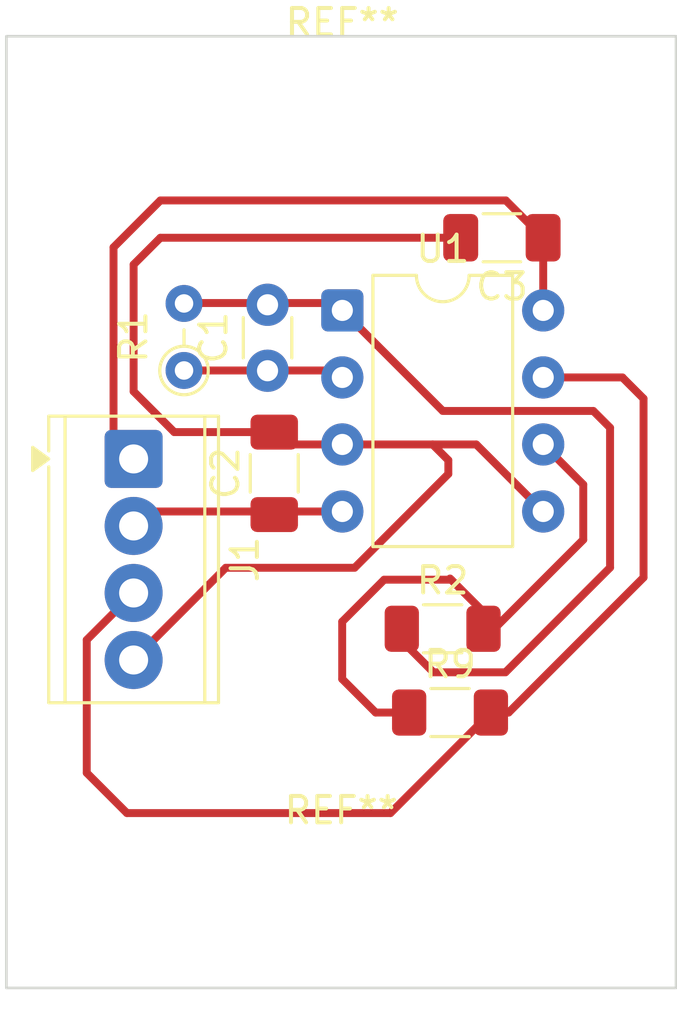
<source format=kicad_pcb>
(kicad_pcb (version 20241229) (generator "pcbnew") (generator_version "9.0")
  (layers (0 "F.Cu" signal) (2 "B.Cu" signal) (13 "F.Paste" user) (15 "B.Paste" user) (5 "F.SilkS" user "F.Silkscreen") (7 "B.SilkS" user "B.Silkscreen") (1 "F.Mask" user) (3 "B.Mask" user) (25 "Edge.Cuts" user))
  (net 0 "")
  (net 1 "Net-(U1A--)")
  (net 2 "Net-(C1-Pad2)")
  (net 3 "-9V")
  (net 4 "GND")
  (net 5 "+9V")
  (net 6 "Net-(J1-Pin_3)")
  (net 7 "Net-(U1B--)")
  (footprint "Capacitor_SMD:C_1206_3216Metric_Pad1.33x1.80mm_HandSolder" (layer "F.Cu") (at 124.46 93.9085 90)
    (property "Reference" "C2" (at 0 -1.85 90) (layer "F.SilkS"))
    (property "Value" "1e-03")
    (fp_line (start -0.711252 -0.91) (end 0.711252 -0.91) (stroke (width 0.12)) (layer "F.SilkS"))
    (fp_line (start -0.711252 0.91) (end 0.711252 0.91) (stroke (width 0.12)) (layer "F.SilkS"))
    (pad "1" smd roundrect (at -1.5625 0 90) (size 1.325 1.8) (layers "F.Cu" "F.Mask" "F.Paste") (roundrect_rratio 0.188679) (net 3 "-9V"))
    (pad "2" smd roundrect (at 1.5625 0 90) (size 1.325 1.8) (layers "F.Cu" "F.Mask" "F.Paste") (roundrect_rratio 0.188679) (net 4 "GND"))
  )
  (footprint "Package_DIP:DIP-8_W7.62mm" (layer "F.Cu") (at 127.043 87.734)
    (property "Reference" "U1" (at 3.81 -2.33 0) (layer "F.SilkS"))
    (property "Value" "LMC6082")
    (fp_line (start 1.16 -1.33) (end 1.16 8.95) (stroke (width 0.12)) (layer "F.SilkS"))
    (fp_line (start 1.16 8.95) (end 6.46 8.95) (stroke (width 0.12)) (layer "F.SilkS"))
    (fp_line (start 2.81 -1.33) (end 1.16 -1.33) (stroke (width 0.12)) (layer "F.SilkS"))
    (fp_line (start 6.46 -1.33) (end 4.81 -1.33) (stroke (width 0.12)) (layer "F.SilkS"))
    (fp_line (start 6.46 8.95) (end 6.46 -1.33) (stroke (width 0.12)) (layer "F.SilkS"))
    (fp_arc (start 4.81 -1.33) (mid 3.81 -0.33) (end 2.81 -1.33) (stroke (width 0.12)) (layer "F.SilkS"))
    (pad "1" thru_hole roundrect (at 0 0) (size 1.6 1.6) (drill 0.8) (layers "*.Cu" "*.Mask") (roundrect_rratio 0.15625) (net 2 "Net-(C1-Pad2)"))
    (pad "2" thru_hole circle (at 0 2.54) (size 1.6 1.6) (drill 0.8) (layers "*.Cu" "*.Mask") (net 1 "Net-(U1A--)"))
    (pad "3" thru_hole circle (at 0 5.08) (size 1.6 1.6) (drill 0.8) (layers "*.Cu" "*.Mask") (net 4 "GND"))
    (pad "4" thru_hole circle (at 0 7.62) (size 1.6 1.6) (drill 0.8) (layers "*.Cu" "*.Mask") (net 3 "-9V"))
    (pad "5" thru_hole circle (at 7.62 7.62) (size 1.6 1.6) (drill 0.8) (layers "*.Cu" "*.Mask") (net 4 "GND"))
    (pad "6" thru_hole circle (at 7.62 5.08) (size 1.6 1.6) (drill 0.8) (layers "*.Cu" "*.Mask") (net 7 "Net-(U1B--)"))
    (pad "7" thru_hole circle (at 7.62 2.54) (size 1.6 1.6) (drill 0.8) (layers "*.Cu" "*.Mask") (net 6 "Net-(J1-Pin_3)"))
    (pad "8" thru_hole circle (at 7.62 0) (size 1.6 1.6) (drill 0.8) (layers "*.Cu" "*.Mask") (net 5 "+9V"))
  )
  (footprint "Resistor_SMD:R_1206_3216Metric_Pad1.30x1.75mm_HandSolder" (layer "F.Cu") (at 131.128 102.974)
    (property "Reference" "R9" (at 0 -1.83 0) (layer "F.SilkS"))
    (property "Value" "1e+03")
    (fp_line (start -0.727064 -0.91) (end 0.727064 -0.91) (stroke (width 0.12)) (layer "F.SilkS"))
    (fp_line (start -0.727064 0.91) (end 0.727064 0.91) (stroke (width 0.12)) (layer "F.SilkS"))
    (pad "1" smd roundrect (at -1.55 0) (size 1.3 1.75) (layers "F.Cu" "F.Mask" "F.Paste") (roundrect_rratio 0.192308) (net 7 "Net-(U1B--)"))
    (pad "2" smd roundrect (at 1.55 0) (size 1.3 1.75) (layers "F.Cu" "F.Mask" "F.Paste") (roundrect_rratio 0.192308) (net 6 "Net-(J1-Pin_3)"))
  )
  (footprint "MountingHole:MountingHole_2.7mm" (layer "F.Cu") (at 127 110.236)
    (property "Reference" "REF**" (at 0 -3.556 0) (layer "F.SilkS"))
    (property "Value" "MountingHole_2.7mm")
    (pad "" np_thru_hole circle (at 0 0) (size 2.7 2.7) (drill 2.7) (layers "*.Cu" "*.Mask"))
  )
  (footprint "Resistor_SMD:R_1206_3216Metric_Pad1.30x1.75mm_HandSolder" (layer "F.Cu") (at 130.848 99.799)
    (property "Reference" "R2" (at 0 -1.83 0) (layer "F.SilkS"))
    (property "Value" "1e+03")
    (fp_line (start -0.727064 -0.91) (end 0.727064 -0.91) (stroke (width 0.12)) (layer "F.SilkS"))
    (fp_line (start -0.727064 0.91) (end 0.727064 0.91) (stroke (width 0.12)) (layer "F.SilkS"))
    (pad "1" smd roundrect (at -1.55 0) (size 1.3 1.75) (layers "F.Cu" "F.Mask" "F.Paste") (roundrect_rratio 0.192308) (net 2 "Net-(C1-Pad2)"))
    (pad "2" smd roundrect (at 1.55 0) (size 1.3 1.75) (layers "F.Cu" "F.Mask" "F.Paste") (roundrect_rratio 0.192308) (net 7 "Net-(U1B--)"))
  )
  (footprint "Capacitor_SMD:C_1206_3216Metric_Pad1.33x1.80mm_HandSolder" (layer "F.Cu") (at 133.096 84.98 180)
    (property "Reference" "C3" (at 0 -1.85 0) (layer "F.SilkS"))
    (property "Value" "1e-03")
    (fp_line (start -0.711252 0.91) (end 0.711252 0.91) (stroke (width 0.12)) (layer "F.SilkS"))
    (fp_line (start -0.711252 -0.91) (end 0.711252 -0.91) (stroke (width 0.12)) (layer "F.SilkS"))
    (pad "1" smd roundrect (at -1.5625 0 180) (size 1.325 1.8) (layers "F.Cu" "F.Mask" "F.Paste") (roundrect_rratio 0.188679) (net 5 "+9V"))
    (pad "2" smd roundrect (at 1.5625 0 180) (size 1.325 1.8) (layers "F.Cu" "F.Mask" "F.Paste") (roundrect_rratio 0.188679) (net 4 "GND"))
  )
  (footprint "TerminalBlock_Phoenix:TerminalBlock_Phoenix_MPT-0,5-4-2.54_1x04_P2.54mm_Horizontal" (layer "F.Cu") (at 119.126 93.362 -90)
    (property "Reference" "J1" (at 3.81 -4.22 90) (layer "F.SilkS"))
    (property "Value" "Screw_Terminal_01x04")
    (fp_line (start -1.62 3.22) (end -1.62 -3.22) (stroke (width 0.12)) (layer "F.SilkS"))
    (fp_line (start -0.3 3.22) (end -1.62 3.22) (stroke (width 0.12)) (layer "F.SilkS"))
    (fp_line (start 9.24 3.22) (end 0.3 3.22) (stroke (width 0.12)) (layer "F.SilkS"))
    (fp_line (start -1.62 2.6) (end 9.24 2.6) (stroke (width 0.12)) (layer "F.SilkS"))
    (fp_line (start -1.62 -2.7) (end 9.24 -2.7) (stroke (width 0.12)) (layer "F.SilkS"))
    (fp_line (start -1.62 -3.22) (end 9.24 -3.22) (stroke (width 0.12)) (layer "F.SilkS"))
    (fp_line (start 9.24 -3.22) (end 9.24 3.22) (stroke (width 0.12)) (layer "F.SilkS"))
    (fp_poly (pts (xy 0 3.22) (xy 0.44 3.83) (xy -0.44 3.83)) (stroke (width 0.12)) (fill yes) (layer "F.SilkS"))
    (pad "1" thru_hole roundrect (at 0 0 270) (size 2.2 2.2) (drill 1.1) (layers "*.Cu" "*.Mask") (roundrect_rratio 0.113636) (net 5 "+9V"))
    (pad "2" thru_hole circle (at 2.54 0 270) (size 2.2 2.2) (drill 1.1) (layers "*.Cu" "*.Mask") (net 3 "-9V"))
    (pad "3" thru_hole circle (at 5.08 0 270) (size 2.2 2.2) (drill 1.1) (layers "*.Cu" "*.Mask") (net 6 "Net-(J1-Pin_3)"))
    (pad "4" thru_hole circle (at 7.62 0 270) (size 2.2 2.2) (drill 1.1) (layers "*.Cu" "*.Mask") (net 4 "GND"))
  )
  (footprint "MountingHole:MountingHole_2.7mm" (layer "F.Cu") (at 127.038 80.518)
    (property "Reference" "REF**" (at 0 -3.7 0) (layer "F.SilkS"))
    (property "Value" "MountingHole_2.7mm" (hide yes))
    (pad "" np_thru_hole circle (at 0 0) (size 2.7 2.7) (drill 2.7) (layers "*.Cu" "*.Mask"))
  )
  (footprint "Capacitor_THT:C_Disc_D3.0mm_W1.6mm_P2.50mm" (layer "F.Cu") (at 124.206 90.02 90)
    (property "Reference" "C1" (at 1.25 -2.05 90) (layer "F.SilkS"))
    (property "Value" "1e-03")
    (fp_line (start 0.485 -0.92) (end 2.015 -0.92) (stroke (width 0.12)) (layer "F.SilkS"))
    (fp_line (start 2.015 0.92) (end 0.485 0.92) (stroke (width 0.12)) (layer "F.SilkS"))
    (pad "1" thru_hole circle (at 0 0 90) (size 1.6 1.6) (drill 0.8) (layers "*.Cu" "*.Mask") (net 1 "Net-(U1A--)"))
    (pad "2" thru_hole circle (at 2.5 0 90) (size 1.6 1.6) (drill 0.8) (layers "*.Cu" "*.Mask") (net 2 "Net-(C1-Pad2)"))
  )
  (footprint "Resistor_THT:R_Axial_DIN0204_L3.6mm_D1.6mm_P2.54mm_Vertical" (layer "F.Cu") (at 121.038 90.01 90)
    (property "Reference" "R1" (at 1.27 -1.92 90) (layer "F.SilkS"))
    (property "Value" "1e+03")
    (fp_line (start 0.92 0) (end 1.54 0) (stroke (width 0.12)) (layer "F.SilkS"))
    (fp_circle (center 0 0) (end 0.92 0) (stroke (width 0.12)) (fill no) (layer "F.SilkS"))
    (pad "1" thru_hole circle (at 0 0 90) (size 1.4 1.4) (drill 0.7) (layers "*.Cu" "*.Mask") (net 1 "Net-(U1A--)"))
    (pad "2" thru_hole circle (at 2.54 0 90) (size 1.4 1.4) (drill 0.7) (layers "*.Cu" "*.Mask") (net 2 "Net-(C1-Pad2)"))
  )
  (gr_rect (start 114.3 77.343) (end 139.7 113.411) (stroke (width 0.1)) (fill no) (layer "Edge.Cuts"))
  (segment (start 121.038 90.01) (end 126.779 90.01) (width 0.3) (layer "F.Cu") (net 1))
  (segment (start 126.763 90.554) (end 127.043 90.274) (width 0.3) (layer "F.Cu") (net 1))
  (segment (start 126.779 90.01) (end 127.043 90.274) (width 0.3) (layer "F.Cu") (net 1))
  (segment (start 137.198 97.480514) (end 137.198 92.179) (width 0.3) (layer "F.Cu") (net 2))
  (segment (start 120.688 87.454) (end 126.763 87.454) (width 0.3) (layer "F.Cu") (net 2))
  (segment (start 133.228514 101.45) (end 137.198 97.480514) (width 0.3) (layer "F.Cu") (net 2))
  (segment (start 137.198 92.179) (end 136.563 91.544) (width 0.3) (layer "F.Cu") (net 2))
  (segment (start 130.499 101.45) (end 133.228514 101.45) (width 0.3) (layer "F.Cu") (net 2))
  (segment (start 126.763 87.454) (end 127.043 87.734) (width 0.3) (layer "F.Cu") (net 2))
  (segment (start 130.853 91.544) (end 127.043 87.734) (width 0.3) (layer "F.Cu") (net 2))
  (segment (start 129.298 100.249) (end 130.499 101.45) (width 0.3) (layer "F.Cu") (net 2))
  (segment (start 129.298 99.799) (end 129.298 100.249) (width 0.3) (layer "F.Cu") (net 2))
  (segment (start 136.563 91.544) (end 130.853 91.544) (width 0.3) (layer "F.Cu") (net 2))
  (segment (start 127.043 95.354) (end 119.674 95.354) (width 0.3) (layer "F.Cu") (net 3))
  (segment (start 119.674 95.354) (end 119.126 95.902) (width 0.3) (layer "F.Cu") (net 3))
  (segment (start 120.142 84.98) (end 131.5335 84.98) (width 0.3) (layer "F.Cu") (net 4))
  (segment (start 124.928 92.814) (end 124.46 92.346) (width 0.3) (layer "F.Cu") (net 4))
  (segment (start 124.46 92.346) (end 120.66687 92.346) (width 0.3) (layer "F.Cu") (net 4))
  (segment (start 127.043 92.814) (end 130.468 92.814) (width 0.3) (layer "F.Cu") (net 4))
  (segment (start 119.126 100.982) (end 122.621 97.487) (width 0.3) (layer "F.Cu") (net 4))
  (segment (start 127.043 92.814) (end 124.928 92.814) (width 0.3) (layer "F.Cu") (net 4))
  (segment (start 120.66687 92.346) (end 119.126 90.80513) (width 0.3) (layer "F.Cu") (net 4))
  (segment (start 131.064 93.41) (end 130.468 92.814) (width 0.3) (layer "F.Cu") (net 4))
  (segment (start 122.621 97.487) (end 127.508 97.487) (width 0.3) (layer "F.Cu") (net 4))
  (segment (start 131.064 93.931) (end 131.064 93.41) (width 0.3) (layer "F.Cu") (net 4))
  (segment (start 132.123 92.814) (end 134.663 95.354) (width 0.3) (layer "F.Cu") (net 4))
  (segment (start 127.508 97.487) (end 131.064 93.931) (width 0.3) (layer "F.Cu") (net 4))
  (segment (start 119.126 85.996) (end 120.142 84.98) (width 0.3) (layer "F.Cu") (net 4))
  (segment (start 119.126 90.80513) (end 119.126 85.996) (width 0.3) (layer "F.Cu") (net 4))
  (segment (start 130.468 92.814) (end 132.123 92.814) (width 0.3) (layer "F.Cu") (net 4))
  (segment (start 118.364 92.6) (end 118.364 85.344) (width 0.3) (layer "F.Cu") (net 5))
  (segment (start 134.663 87.734) (end 134.663 85.0615) (width 0.3) (layer "F.Cu") (net 5))
  (segment (start 118.364 85.344) (end 120.142 83.566) (width 0.3) (layer "F.Cu") (net 5))
  (segment (start 119.126 93.362) (end 118.364 92.6) (width 0.3) (layer "F.Cu") (net 5))
  (segment (start 120.142 83.566) (end 133.2445 83.566) (width 0.3) (layer "F.Cu") (net 5))
  (segment (start 133.2445 83.566) (end 134.6585 84.98) (width 0.3) (layer "F.Cu") (net 5))
  (segment (start 134.663 85.0615) (end 134.62 85.0185) (width 0.3) (layer "F.Cu") (net 5))
  (segment (start 119.126 98.442) (end 117.348 100.22) (width 0.3) (layer "F.Cu") (net 6))
  (segment (start 134.663 90.274) (end 137.668 90.274) (width 0.3) (layer "F.Cu") (net 6))
  (segment (start 118.872 106.784) (end 128.868 106.784) (width 0.3) (layer "F.Cu") (net 6))
  (segment (start 137.668 90.276) (end 138.468 91.076) (width 0.3) (layer "F.Cu") (net 6))
  (segment (start 117.348 100.22) (end 117.348 105.26) (width 0.3) (layer "F.Cu") (net 6))
  (segment (start 138.468 97.8565) (end 133.3505 102.974) (width 0.3) (layer "F.Cu") (net 6))
  (segment (start 117.348 105.26) (end 118.872 106.784) (width 0.3) (layer "F.Cu") (net 6))
  (segment (start 137.668 90.274) (end 137.668 90.276) (width 0.3) (layer "F.Cu") (net 6))
  (segment (start 133.3505 102.974) (end 132.678 102.974) (width 0.3) (layer "F.Cu") (net 6))
  (segment (start 128.868 106.784) (end 132.678 102.974) (width 0.3) (layer "F.Cu") (net 6))
  (segment (start 138.468 91.076) (end 138.468 97.8565) (width 0.3) (layer "F.Cu") (net 6))
  (segment (start 127.038 101.704) (end 128.308 102.974) (width 0.3) (layer "F.Cu") (net 7))
  (segment (start 132.806 99.799) (end 136.182 96.423) (width 0.3) (layer "F.Cu") (net 7))
  (segment (start 132.398 99.799) (end 132.806 99.799) (width 0.3) (layer "F.Cu") (net 7))
  (segment (start 128.63 97.938) (end 127.038 99.53) (width 0.3) (layer "F.Cu") (net 7))
  (segment (start 128.308 102.974) (end 129.578 102.974) (width 0.3) (layer "F.Cu") (net 7))
  (segment (start 131.172 97.938) (end 128.63 97.938) (width 0.3) (layer "F.Cu") (net 7))
  (segment (start 136.182 96.423) (end 136.182 94.333) (width 0.3) (layer "F.Cu") (net 7))
  (segment (start 136.182 94.333) (end 134.663 92.814) (width 0.3) (layer "F.Cu") (net 7))
  (segment (start 131.128 97.894) (end 132.398 99.164) (width 0.3) (layer "F.Cu") (net 7))
  (segment (start 132.398 99.164) (end 131.172 97.938) (width 0.3) (layer "F.Cu") (net 7))
  (segment (start 127.038 99.53) (end 127.038 101.704) (width 0.3) (layer "F.Cu") (net 7))
)
</source>
